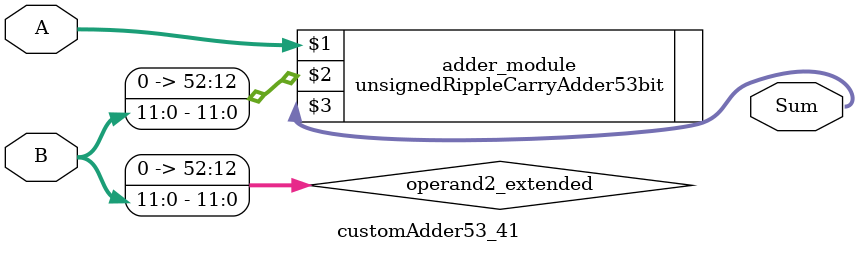
<source format=v>
module customAdder53_41(
                        input [52 : 0] A,
                        input [11 : 0] B,
                        
                        output [53 : 0] Sum
                );

        wire [52 : 0] operand2_extended;
        
        assign operand2_extended =  {41'b0, B};
        
        unsignedRippleCarryAdder53bit adder_module(
            A,
            operand2_extended,
            Sum
        );
        
        endmodule
        
</source>
